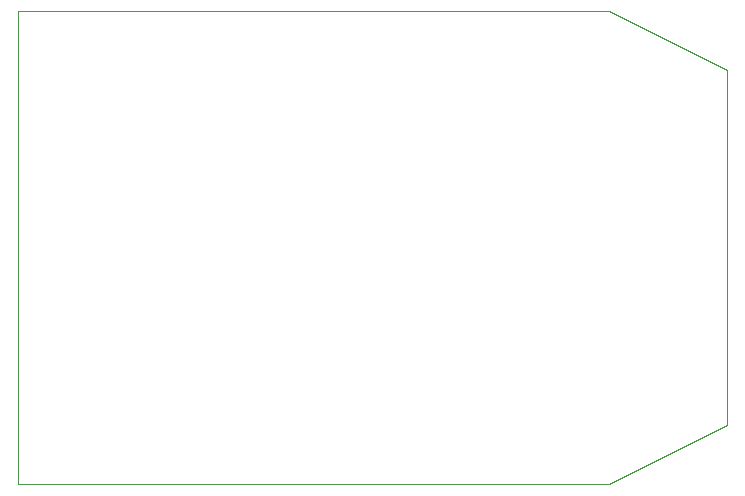
<source format=gbr>
%TF.GenerationSoftware,KiCad,Pcbnew,(6.0.4-0)*%
%TF.CreationDate,2022-12-31T15:50:49-05:00*%
%TF.ProjectId,ANDgate,414e4467-6174-4652-9e6b-696361645f70,rev?*%
%TF.SameCoordinates,Original*%
%TF.FileFunction,Profile,NP*%
%FSLAX46Y46*%
G04 Gerber Fmt 4.6, Leading zero omitted, Abs format (unit mm)*
G04 Created by KiCad (PCBNEW (6.0.4-0)) date 2022-12-31 15:50:49*
%MOMM*%
%LPD*%
G01*
G04 APERTURE LIST*
%TA.AperFunction,Profile*%
%ADD10C,0.050000*%
%TD*%
G04 APERTURE END LIST*
D10*
X168000000Y-85000000D02*
X118000000Y-85000000D01*
X178000000Y-90000000D02*
X168000000Y-85000000D01*
X118000000Y-125000000D02*
X168000000Y-125000000D01*
X168000000Y-125000000D02*
X178000000Y-120000000D01*
X118000000Y-85000000D02*
X118000000Y-125000000D01*
X178000000Y-120000000D02*
X178000000Y-90000000D01*
M02*

</source>
